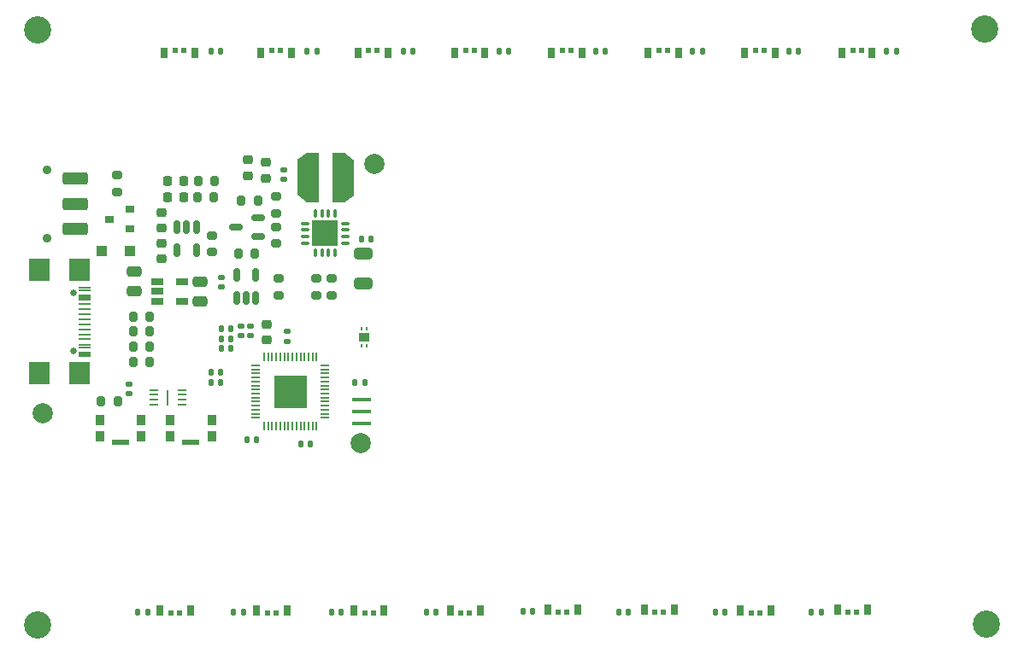
<source format=gbr>
%TF.GenerationSoftware,KiCad,Pcbnew,8.0.2*%
%TF.CreationDate,2024-06-11T14:04:34+02:00*%
%TF.ProjectId,PicoCard,5069636f-4361-4726-942e-6b696361645f,v1.0*%
%TF.SameCoordinates,Original*%
%TF.FileFunction,Soldermask,Top*%
%TF.FilePolarity,Negative*%
%FSLAX46Y46*%
G04 Gerber Fmt 4.6, Leading zero omitted, Abs format (unit mm)*
G04 Created by KiCad (PCBNEW 8.0.2) date 2024-06-11 14:04:34*
%MOMM*%
%LPD*%
G01*
G04 APERTURE LIST*
G04 Aperture macros list*
%AMRoundRect*
0 Rectangle with rounded corners*
0 $1 Rounding radius*
0 $2 $3 $4 $5 $6 $7 $8 $9 X,Y pos of 4 corners*
0 Add a 4 corners polygon primitive as box body*
4,1,4,$2,$3,$4,$5,$6,$7,$8,$9,$2,$3,0*
0 Add four circle primitives for the rounded corners*
1,1,$1+$1,$2,$3*
1,1,$1+$1,$4,$5*
1,1,$1+$1,$6,$7*
1,1,$1+$1,$8,$9*
0 Add four rect primitives between the rounded corners*
20,1,$1+$1,$2,$3,$4,$5,0*
20,1,$1+$1,$4,$5,$6,$7,0*
20,1,$1+$1,$6,$7,$8,$9,0*
20,1,$1+$1,$8,$9,$2,$3,0*%
%AMFreePoly0*
4,1,5,0.350000,-0.500000,-0.350000,-0.500000,-0.350000,0.500000,0.350000,0.500000,0.350000,-0.500000,0.350000,-0.500000,$1*%
%AMFreePoly1*
4,1,9,0.600000,-2.450000,-0.600000,-2.450000,-0.600000,-2.442127,-1.530000,-1.710000,-1.530000,1.810000,-0.600000,2.443191,-0.600000,2.450000,0.600000,2.450000,0.600000,-2.450000,0.600000,-2.450000,$1*%
G04 Aperture macros list end*
%ADD10R,1.100000X0.860000*%
%ADD11R,0.280000X0.400000*%
%ADD12RoundRect,0.087500X0.325000X0.087500X-0.325000X0.087500X-0.325000X-0.087500X0.325000X-0.087500X0*%
%ADD13RoundRect,0.087500X0.087500X0.325000X-0.087500X0.325000X-0.087500X-0.325000X0.087500X-0.325000X0*%
%ADD14R,2.600000X2.600000*%
%ADD15C,0.650000*%
%ADD16R,1.150000X0.280000*%
%ADD17R,1.150000X0.300000*%
%ADD18R,1.150000X0.290000*%
%ADD19R,1.150000X0.295000*%
%ADD20R,2.000000X2.180000*%
%ADD21R,0.250000X1.650000*%
%ADD22R,0.900000X0.280000*%
%ADD23RoundRect,0.140000X0.170000X-0.140000X0.170000X0.140000X-0.170000X0.140000X-0.170000X-0.140000X0*%
%ADD24RoundRect,0.218750X-0.256250X0.218750X-0.256250X-0.218750X0.256250X-0.218750X0.256250X0.218750X0*%
%ADD25RoundRect,0.140000X0.140000X0.170000X-0.140000X0.170000X-0.140000X-0.170000X0.140000X-0.170000X0*%
%ADD26C,2.000000*%
%ADD27RoundRect,0.045000X0.045000X-0.392500X0.045000X0.392500X-0.045000X0.392500X-0.045000X-0.392500X0*%
%ADD28RoundRect,0.045000X0.392500X-0.045000X0.392500X0.045000X-0.392500X0.045000X-0.392500X-0.045000X0*%
%ADD29R,3.200000X3.200000*%
%ADD30RoundRect,0.140000X-0.140000X-0.170000X0.140000X-0.170000X0.140000X0.170000X-0.140000X0.170000X0*%
%ADD31R,0.900000X0.800000*%
%ADD32RoundRect,0.200000X-0.275000X0.200000X-0.275000X-0.200000X0.275000X-0.200000X0.275000X0.200000X0*%
%ADD33RoundRect,0.200000X0.200000X0.275000X-0.200000X0.275000X-0.200000X-0.275000X0.200000X-0.275000X0*%
%ADD34R,0.500000X0.500000*%
%ADD35FreePoly0,0.000000*%
%ADD36RoundRect,0.250000X0.300000X0.300000X-0.300000X0.300000X-0.300000X-0.300000X0.300000X-0.300000X0*%
%ADD37FreePoly0,180.000000*%
%ADD38C,0.900000*%
%ADD39RoundRect,0.250000X-1.000000X0.375000X-1.000000X-0.375000X1.000000X-0.375000X1.000000X0.375000X0*%
%ADD40RoundRect,0.200000X-0.200000X-0.275000X0.200000X-0.275000X0.200000X0.275000X-0.200000X0.275000X0*%
%ADD41RoundRect,0.150000X-0.150000X0.512500X-0.150000X-0.512500X0.150000X-0.512500X0.150000X0.512500X0*%
%ADD42RoundRect,0.218750X0.218750X0.256250X-0.218750X0.256250X-0.218750X-0.256250X0.218750X-0.256250X0*%
%ADD43RoundRect,0.225000X0.250000X-0.225000X0.250000X0.225000X-0.250000X0.225000X-0.250000X-0.225000X0*%
%ADD44RoundRect,0.150000X0.512500X0.150000X-0.512500X0.150000X-0.512500X-0.150000X0.512500X-0.150000X0*%
%ADD45RoundRect,0.140000X-0.170000X0.140000X-0.170000X-0.140000X0.170000X-0.140000X0.170000X0.140000X0*%
%ADD46RoundRect,0.200000X0.275000X-0.200000X0.275000X0.200000X-0.275000X0.200000X-0.275000X-0.200000X0*%
%ADD47RoundRect,0.225000X-0.250000X0.225000X-0.250000X-0.225000X0.250000X-0.225000X0.250000X0.225000X0*%
%ADD48RoundRect,0.250000X-0.475000X0.250000X-0.475000X-0.250000X0.475000X-0.250000X0.475000X0.250000X0*%
%ADD49FreePoly1,0.000000*%
%ADD50FreePoly1,180.000000*%
%ADD51C,2.700000*%
%ADD52R,0.900000X1.000000*%
%ADD53R,1.700000X0.550000*%
%ADD54RoundRect,0.250000X0.475000X-0.250000X0.475000X0.250000X-0.475000X0.250000X-0.475000X-0.250000X0*%
%ADD55RoundRect,0.150000X0.150000X-0.512500X0.150000X0.512500X-0.150000X0.512500X-0.150000X-0.512500X0*%
%ADD56RoundRect,0.250000X-0.650000X0.325000X-0.650000X-0.325000X0.650000X-0.325000X0.650000X0.325000X0*%
%ADD57R,1.200000X0.650000*%
%ADD58R,1.900000X0.400000*%
G04 APERTURE END LIST*
D10*
%TO.C,U5*%
X135195310Y-98140000D03*
D11*
X135455310Y-97290000D03*
X134955310Y-97290000D03*
X134955310Y-98990000D03*
X135455310Y-98990000D03*
%TD*%
D12*
%TO.C,U7*%
X133289999Y-88826250D03*
X133289999Y-88176250D03*
X133289999Y-87526250D03*
X133289999Y-86876250D03*
D13*
X132302499Y-85888750D03*
X131652499Y-85888750D03*
X131002499Y-85888750D03*
X130352499Y-85888750D03*
D12*
X129364999Y-86876250D03*
X129364999Y-87526250D03*
X129364999Y-88176250D03*
X129364999Y-88826250D03*
D13*
X130352499Y-89813750D03*
X131002499Y-89813750D03*
X131652499Y-89813750D03*
X132302499Y-89813750D03*
D14*
X131327499Y-87851250D03*
%TD*%
D15*
%TO.C,J1*%
X106383602Y-93720000D03*
X106383602Y-99500000D03*
D16*
X107533602Y-93260000D03*
D17*
X107533602Y-94060000D03*
D16*
X107533602Y-95370000D03*
X107533602Y-96370000D03*
X107533602Y-96870000D03*
X107533602Y-97870000D03*
X107533602Y-99160000D03*
D17*
X107533602Y-99960000D03*
D18*
X107533602Y-99670000D03*
D19*
X107533602Y-98880000D03*
D16*
X107533602Y-98370000D03*
X107533602Y-97370000D03*
X107533602Y-95870000D03*
X107533602Y-94870000D03*
D17*
X107533602Y-94360000D03*
D16*
X107533602Y-93530000D03*
D20*
X106958602Y-91500000D03*
X103028602Y-91500000D03*
X106958602Y-101720000D03*
X103028602Y-101720000D03*
%TD*%
D21*
%TO.C,U3*%
X115730000Y-104130000D03*
D22*
X117130000Y-104870000D03*
X117130000Y-104370000D03*
X117130000Y-103870000D03*
X117130000Y-103370000D03*
X114330000Y-103370000D03*
X114330000Y-103870000D03*
X114330000Y-104370000D03*
X114330000Y-104870000D03*
%TD*%
D23*
%TO.C,C2*%
X123960000Y-98010000D03*
X123960000Y-97050000D03*
%TD*%
D24*
%TO.C,D21*%
X125570000Y-96852500D03*
X125570000Y-98427500D03*
%TD*%
D25*
%TO.C,C33*%
X161380000Y-125390000D03*
X160420000Y-125390000D03*
%TD*%
D26*
%TO.C,FID1*%
X136170000Y-81010000D03*
%TD*%
D27*
%TO.C,U2*%
X125284999Y-106995000D03*
X125684999Y-106995000D03*
X126084999Y-106995000D03*
X126484999Y-106995000D03*
X126884999Y-106995000D03*
X127284999Y-106995000D03*
X127684999Y-106995000D03*
X128084999Y-106995000D03*
X128484999Y-106995000D03*
X128884999Y-106995000D03*
X129284999Y-106995000D03*
X129684999Y-106995000D03*
X130084999Y-106995000D03*
X130484999Y-106995000D03*
D28*
X131312499Y-106147500D03*
X131312499Y-105747500D03*
X131312499Y-105347500D03*
X131312499Y-104947500D03*
X131312499Y-104547500D03*
X131312499Y-104147500D03*
X131312499Y-103747500D03*
X131312499Y-103347500D03*
X131312499Y-102947500D03*
X131312499Y-102547500D03*
X131312499Y-102147500D03*
X131312499Y-101747500D03*
X131312499Y-101347500D03*
X131312499Y-100947500D03*
D27*
X130484999Y-100120000D03*
X130084999Y-100120000D03*
X129684999Y-100120000D03*
X129284999Y-100120000D03*
X128884999Y-100120000D03*
X128484999Y-100120000D03*
X128084999Y-100120000D03*
X127684999Y-100120000D03*
X127284999Y-100120000D03*
X126884999Y-100120000D03*
X126484999Y-100120000D03*
X126084999Y-100120000D03*
X125684999Y-100120000D03*
X125284999Y-100120000D03*
D28*
X124437499Y-100947500D03*
X124437499Y-101347500D03*
X124437499Y-101747500D03*
X124437499Y-102147500D03*
X124437499Y-102547500D03*
X124437499Y-102947500D03*
X124437499Y-103347500D03*
X124437499Y-103747500D03*
X124437499Y-104147500D03*
X124437499Y-104547500D03*
X124437499Y-104947500D03*
X124437499Y-105347500D03*
X124437499Y-105747500D03*
X124437499Y-106147500D03*
D29*
X127874999Y-103557500D03*
%TD*%
D30*
%TO.C,C22*%
X129550000Y-69810000D03*
X130510000Y-69810000D03*
%TD*%
D31*
%TO.C,Q1*%
X111999999Y-87400000D03*
X109999999Y-86450000D03*
X111999999Y-85500000D03*
%TD*%
D32*
%TO.C,R16*%
X126740000Y-92335000D03*
X126740000Y-93985000D03*
%TD*%
D33*
%TO.C,R9*%
X120375000Y-82700000D03*
X118725000Y-82700000D03*
%TD*%
D34*
%TO.C,D3*%
X165250000Y-69750000D03*
D35*
X163320000Y-70000000D03*
D34*
X164400000Y-69750000D03*
D35*
X166330000Y-70000000D03*
%TD*%
D25*
%TO.C,C32*%
X151910000Y-125370000D03*
X150950000Y-125370000D03*
%TD*%
D36*
%TO.C,D9*%
X112000000Y-89590000D03*
X109200000Y-89590000D03*
%TD*%
D25*
%TO.C,C34*%
X170910000Y-125420000D03*
X169950000Y-125420000D03*
%TD*%
D34*
%TO.C,D19*%
X173550000Y-125490027D03*
D37*
X175480000Y-125240027D03*
D34*
X174400000Y-125490027D03*
D37*
X172470000Y-125240027D03*
%TD*%
D38*
%TO.C,SW2*%
X103800000Y-81540000D03*
X103800000Y-88340000D03*
D39*
X106550000Y-82440000D03*
X106550000Y-84940000D03*
X106550000Y-87440000D03*
%TD*%
D30*
%TO.C,C16*%
X186960000Y-69780000D03*
X187920000Y-69780000D03*
%TD*%
D40*
%TO.C,R4*%
X112305000Y-97590000D03*
X113955000Y-97590000D03*
%TD*%
D25*
%TO.C,C12*%
X121004999Y-102620000D03*
X120044999Y-102620000D03*
%TD*%
D23*
%TO.C,C26*%
X127234999Y-82530000D03*
X127234999Y-81570000D03*
%TD*%
D34*
%TO.C,D12*%
X116070000Y-125470000D03*
D37*
X118000000Y-125220000D03*
D34*
X116920000Y-125470000D03*
D37*
X114990000Y-125220000D03*
%TD*%
D41*
%TO.C,U6*%
X118572500Y-87212500D03*
X117622500Y-87212500D03*
X116672500Y-87212500D03*
X116672500Y-89487500D03*
X118572500Y-89487500D03*
%TD*%
D42*
%TO.C,D10*%
X117287500Y-84300000D03*
X115712500Y-84300000D03*
%TD*%
D34*
%TO.C,D2*%
X174840000Y-69750000D03*
D35*
X172910000Y-70000000D03*
D34*
X173990000Y-69750000D03*
D35*
X175920000Y-70000000D03*
%TD*%
D43*
%TO.C,C37*%
X115100000Y-90400000D03*
X115100000Y-88850000D03*
%TD*%
D34*
%TO.C,D5*%
X146080000Y-69750000D03*
D35*
X144150000Y-70000000D03*
D34*
X145230000Y-69750000D03*
D35*
X147160000Y-70000000D03*
%TD*%
D30*
%TO.C,C20*%
X148570000Y-69770000D03*
X149530000Y-69770000D03*
%TD*%
%TO.C,C10*%
X134294999Y-102670000D03*
X135254999Y-102670000D03*
%TD*%
D34*
%TO.C,D16*%
X144790000Y-125490027D03*
D37*
X146720000Y-125240027D03*
D34*
X145640000Y-125490027D03*
D37*
X143710000Y-125240027D03*
%TD*%
D44*
%TO.C,Q2*%
X124727499Y-88195000D03*
X124727499Y-86295000D03*
X122452499Y-87245000D03*
%TD*%
D32*
%TO.C,R8*%
X120120000Y-88075000D03*
X120120000Y-89725000D03*
%TD*%
D45*
%TO.C,C15*%
X121049999Y-92210000D03*
X121049999Y-93170000D03*
%TD*%
D46*
%TO.C,R13*%
X126509999Y-85850000D03*
X126509999Y-84200000D03*
%TD*%
D30*
%TO.C,C27*%
X134900000Y-88440000D03*
X135860000Y-88440000D03*
%TD*%
D34*
%TO.C,D4*%
X155670000Y-69750000D03*
D35*
X153740000Y-70000000D03*
D34*
X154820000Y-69750000D03*
D35*
X156750000Y-70000000D03*
%TD*%
D46*
%TO.C,R14*%
X126509999Y-88875000D03*
X126509999Y-87225000D03*
%TD*%
D23*
%TO.C,C5*%
X127559999Y-98550000D03*
X127559999Y-97590000D03*
%TD*%
D33*
%TO.C,R1*%
X110775000Y-104550000D03*
X109125000Y-104550000D03*
%TD*%
D32*
%TO.C,R12*%
X131987499Y-92357500D03*
X131987499Y-94007500D03*
%TD*%
D34*
%TO.C,D18*%
X164010000Y-125460000D03*
D37*
X165940000Y-125210000D03*
D34*
X164860000Y-125460000D03*
D37*
X162930000Y-125210000D03*
%TD*%
D33*
%TO.C,R6*%
X113955000Y-96090000D03*
X112305000Y-96090000D03*
%TD*%
D34*
%TO.C,D15*%
X135240000Y-125470000D03*
D37*
X137170000Y-125220000D03*
D34*
X136090000Y-125470000D03*
D37*
X134160000Y-125220000D03*
%TD*%
D47*
%TO.C,C36*%
X115100000Y-85800000D03*
X115100000Y-87350000D03*
%TD*%
D48*
%TO.C,C4*%
X112409999Y-91680000D03*
X112409999Y-93580000D03*
%TD*%
D23*
%TO.C,C9*%
X122974999Y-98000000D03*
X122974999Y-97040000D03*
%TD*%
D30*
%TO.C,C17*%
X177280000Y-69810000D03*
X178240000Y-69810000D03*
%TD*%
%TO.C,C21*%
X139060000Y-69770000D03*
X140020000Y-69770000D03*
%TD*%
D49*
%TO.C,L2*%
X130132499Y-82326250D03*
D50*
X132662499Y-82316250D03*
%TD*%
D51*
%TO.C,H9*%
X102889999Y-67676836D03*
%TD*%
D52*
%TO.C,SW3*%
X113130000Y-107945000D03*
X113130000Y-106345000D03*
X109030000Y-107945000D03*
X109030000Y-106345000D03*
D53*
X111080000Y-108570000D03*
%TD*%
D25*
%TO.C,C7*%
X121980000Y-98320000D03*
X121020000Y-98320000D03*
%TD*%
D34*
%TO.C,D8*%
X117330000Y-69750000D03*
D35*
X115400000Y-70000000D03*
D34*
X116480000Y-69750000D03*
D35*
X118410000Y-70000000D03*
%TD*%
D40*
%TO.C,R2*%
X122744999Y-89840000D03*
X124394999Y-89840000D03*
%TD*%
D52*
%TO.C,SW1*%
X120080000Y-107945000D03*
X120080000Y-106345000D03*
X115980000Y-107945000D03*
X115980000Y-106345000D03*
D53*
X118030000Y-108570000D03*
%TD*%
D24*
%TO.C,D13*%
X123649999Y-80582500D03*
X123649999Y-82157500D03*
%TD*%
D51*
%TO.C,H7*%
X196700000Y-67620000D03*
%TD*%
D25*
%TO.C,C11*%
X121980000Y-99300000D03*
X121020000Y-99300000D03*
%TD*%
D54*
%TO.C,C14*%
X118939999Y-94570000D03*
X118939999Y-92670000D03*
%TD*%
D30*
%TO.C,C19*%
X158140000Y-69780000D03*
X159100000Y-69780000D03*
%TD*%
D55*
%TO.C,U4*%
X122549999Y-94257500D03*
X123499999Y-94257500D03*
X124449999Y-94257500D03*
X124449999Y-91982500D03*
X122549999Y-91982500D03*
%TD*%
D34*
%TO.C,D6*%
X136500000Y-69750000D03*
D35*
X134570000Y-70000000D03*
D34*
X135650000Y-69750000D03*
D35*
X137580000Y-70000000D03*
%TD*%
D34*
%TO.C,D14*%
X125600000Y-125470000D03*
D37*
X127530000Y-125220000D03*
D34*
X126450000Y-125470000D03*
D37*
X124520000Y-125220000D03*
%TD*%
D26*
%TO.C,FID2*%
X134860000Y-108690000D03*
%TD*%
D33*
%TO.C,R7*%
X120325000Y-84300000D03*
X118675000Y-84300000D03*
%TD*%
D30*
%TO.C,C23*%
X120020000Y-69810000D03*
X120980000Y-69810000D03*
%TD*%
D46*
%TO.C,R11*%
X130487499Y-94007500D03*
X130487499Y-92357500D03*
%TD*%
D34*
%TO.C,D17*%
X154440000Y-125450000D03*
D37*
X156370000Y-125200000D03*
D34*
X155290000Y-125450000D03*
D37*
X153360000Y-125200000D03*
%TD*%
D25*
%TO.C,C31*%
X142330000Y-125410000D03*
X141370000Y-125410000D03*
%TD*%
D33*
%TO.C,R3*%
X113955000Y-100590000D03*
X112305000Y-100590000D03*
%TD*%
D34*
%TO.C,D1*%
X184430000Y-69750000D03*
D35*
X182500000Y-70000000D03*
D34*
X183580000Y-69750000D03*
D35*
X185510000Y-70000000D03*
%TD*%
D25*
%TO.C,C1*%
X121980000Y-97350000D03*
X121020000Y-97350000D03*
%TD*%
D56*
%TO.C,C28*%
X135149061Y-89852812D03*
X135149061Y-92802812D03*
%TD*%
D30*
%TO.C,C6*%
X128890000Y-108750000D03*
X129850000Y-108750000D03*
%TD*%
D26*
%TO.C,FID3*%
X103340000Y-105680000D03*
%TD*%
D23*
%TO.C,C13*%
X111950000Y-103780000D03*
X111950000Y-102820000D03*
%TD*%
D57*
%TO.C,U1*%
X114739999Y-92670000D03*
X114739999Y-93620000D03*
X114739999Y-94570000D03*
X117139999Y-94570000D03*
X117139999Y-92670000D03*
%TD*%
D25*
%TO.C,C30*%
X132900000Y-125400000D03*
X131940000Y-125400000D03*
%TD*%
D58*
%TO.C,Y1*%
X134899999Y-106720000D03*
X134899999Y-105520000D03*
X134899999Y-104320000D03*
%TD*%
D51*
%TO.C,H10*%
X102889999Y-126676836D03*
%TD*%
D43*
%TO.C,C24*%
X125434999Y-82375000D03*
X125434999Y-80825000D03*
%TD*%
D25*
%TO.C,C3*%
X124520000Y-108310000D03*
X123560000Y-108310000D03*
%TD*%
D30*
%TO.C,C18*%
X167730000Y-69780000D03*
X168690000Y-69780000D03*
%TD*%
D25*
%TO.C,C8*%
X121004999Y-101640000D03*
X120044999Y-101640000D03*
%TD*%
%TO.C,C25*%
X113740000Y-125400000D03*
X112780000Y-125400000D03*
%TD*%
D46*
%TO.C,R15*%
X110750000Y-83725000D03*
X110750000Y-82075000D03*
%TD*%
D42*
%TO.C,D11*%
X117287500Y-82700000D03*
X115712500Y-82700000D03*
%TD*%
D25*
%TO.C,C35*%
X180470000Y-125390000D03*
X179510000Y-125390000D03*
%TD*%
D40*
%TO.C,R10*%
X123034999Y-84645000D03*
X124684999Y-84645000D03*
%TD*%
D51*
%TO.C,H8*%
X196800000Y-126590000D03*
%TD*%
D40*
%TO.C,R5*%
X112305000Y-99090000D03*
X113955000Y-99090000D03*
%TD*%
D34*
%TO.C,D7*%
X126910000Y-69750000D03*
D35*
X124980000Y-70000000D03*
D34*
X126060000Y-69750000D03*
D35*
X127990000Y-70000000D03*
%TD*%
D34*
%TO.C,D20*%
X183140000Y-125460027D03*
D37*
X185070000Y-125210027D03*
D34*
X183990000Y-125460027D03*
D37*
X182060000Y-125210027D03*
%TD*%
D25*
%TO.C,C29*%
X123240000Y-125440000D03*
X122280000Y-125440000D03*
%TD*%
M02*

</source>
